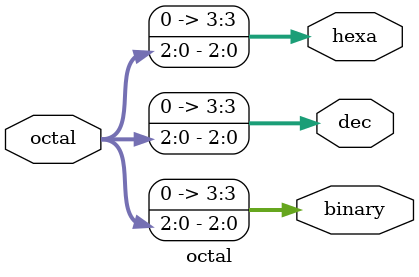
<source format=v>
module octal (binary, dec, hexa, octal);
input [2:0]octal;
output reg [3:0]binary;
output reg [3:0]dec;
output reg[3:0]hexa;

always @(octal) begin

//octal to binary
binary={0, octal};
//octal to decimal
dec=octal;
//octal to hexadecimal
hexa=octal;
end
endmodule

</source>
